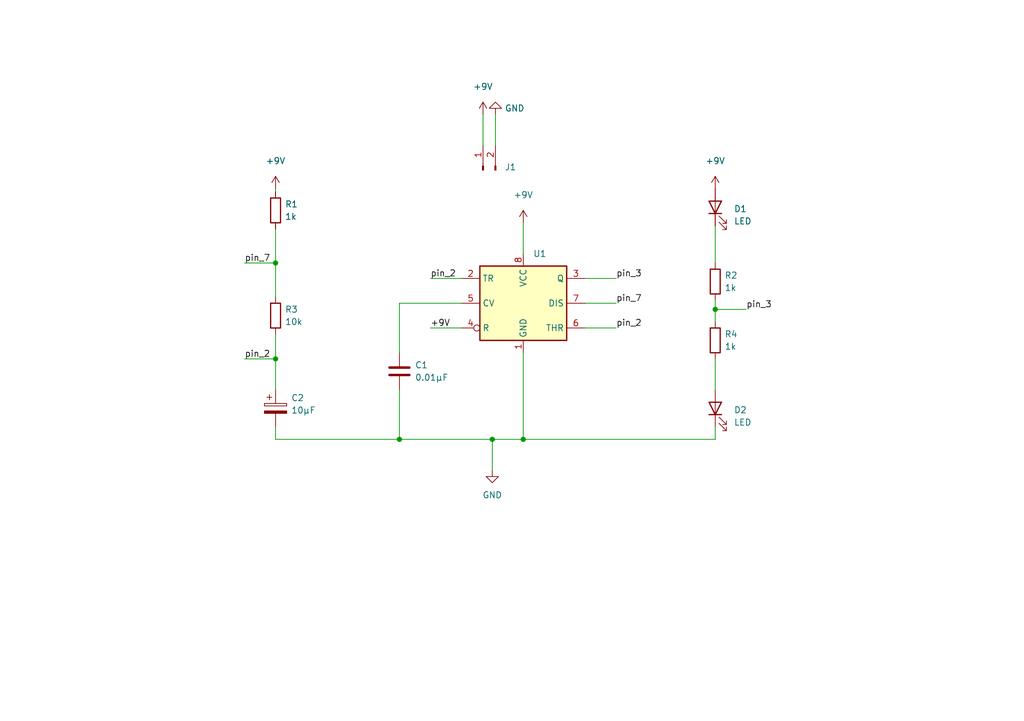
<source format=kicad_sch>
(kicad_sch (version 20211123) (generator eeschema)

  (uuid 6c2a280c-1e0a-456d-a3bf-d0159fa43100)

  (paper "A5")

  (title_block
    (title "Lab 4 Exercise II")
    (date "2023-02-02")
  )

  (lib_symbols
    (symbol "Connector:Conn_01x02_Male" (pin_names (offset 1.016) hide) (in_bom yes) (on_board yes)
      (property "Reference" "J" (id 0) (at 0 2.54 0)
        (effects (font (size 1.27 1.27)))
      )
      (property "Value" "Conn_01x02_Male" (id 1) (at 0 -5.08 0)
        (effects (font (size 1.27 1.27)))
      )
      (property "Footprint" "" (id 2) (at 0 0 0)
        (effects (font (size 1.27 1.27)) hide)
      )
      (property "Datasheet" "~" (id 3) (at 0 0 0)
        (effects (font (size 1.27 1.27)) hide)
      )
      (property "ki_keywords" "connector" (id 4) (at 0 0 0)
        (effects (font (size 1.27 1.27)) hide)
      )
      (property "ki_description" "Generic connector, single row, 01x02, script generated (kicad-library-utils/schlib/autogen/connector/)" (id 5) (at 0 0 0)
        (effects (font (size 1.27 1.27)) hide)
      )
      (property "ki_fp_filters" "Connector*:*_1x??_*" (id 6) (at 0 0 0)
        (effects (font (size 1.27 1.27)) hide)
      )
      (symbol "Conn_01x02_Male_1_1"
        (polyline
          (pts
            (xy 1.27 -2.54)
            (xy 0.8636 -2.54)
          )
          (stroke (width 0.1524) (type default) (color 0 0 0 0))
          (fill (type none))
        )
        (polyline
          (pts
            (xy 1.27 0)
            (xy 0.8636 0)
          )
          (stroke (width 0.1524) (type default) (color 0 0 0 0))
          (fill (type none))
        )
        (rectangle (start 0.8636 -2.413) (end 0 -2.667)
          (stroke (width 0.1524) (type default) (color 0 0 0 0))
          (fill (type outline))
        )
        (rectangle (start 0.8636 0.127) (end 0 -0.127)
          (stroke (width 0.1524) (type default) (color 0 0 0 0))
          (fill (type outline))
        )
        (pin passive line (at 5.08 0 180) (length 3.81)
          (name "Pin_1" (effects (font (size 1.27 1.27))))
          (number "1" (effects (font (size 1.27 1.27))))
        )
        (pin passive line (at 5.08 -2.54 180) (length 3.81)
          (name "Pin_2" (effects (font (size 1.27 1.27))))
          (number "2" (effects (font (size 1.27 1.27))))
        )
      )
    )
    (symbol "Device:C" (pin_numbers hide) (pin_names (offset 0.254)) (in_bom yes) (on_board yes)
      (property "Reference" "C" (id 0) (at 0.635 2.54 0)
        (effects (font (size 1.27 1.27)) (justify left))
      )
      (property "Value" "C" (id 1) (at 0.635 -2.54 0)
        (effects (font (size 1.27 1.27)) (justify left))
      )
      (property "Footprint" "" (id 2) (at 0.9652 -3.81 0)
        (effects (font (size 1.27 1.27)) hide)
      )
      (property "Datasheet" "~" (id 3) (at 0 0 0)
        (effects (font (size 1.27 1.27)) hide)
      )
      (property "ki_keywords" "cap capacitor" (id 4) (at 0 0 0)
        (effects (font (size 1.27 1.27)) hide)
      )
      (property "ki_description" "Unpolarized capacitor" (id 5) (at 0 0 0)
        (effects (font (size 1.27 1.27)) hide)
      )
      (property "ki_fp_filters" "C_*" (id 6) (at 0 0 0)
        (effects (font (size 1.27 1.27)) hide)
      )
      (symbol "C_0_1"
        (polyline
          (pts
            (xy -2.032 -0.762)
            (xy 2.032 -0.762)
          )
          (stroke (width 0.508) (type default) (color 0 0 0 0))
          (fill (type none))
        )
        (polyline
          (pts
            (xy -2.032 0.762)
            (xy 2.032 0.762)
          )
          (stroke (width 0.508) (type default) (color 0 0 0 0))
          (fill (type none))
        )
      )
      (symbol "C_1_1"
        (pin passive line (at 0 3.81 270) (length 2.794)
          (name "~" (effects (font (size 1.27 1.27))))
          (number "1" (effects (font (size 1.27 1.27))))
        )
        (pin passive line (at 0 -3.81 90) (length 2.794)
          (name "~" (effects (font (size 1.27 1.27))))
          (number "2" (effects (font (size 1.27 1.27))))
        )
      )
    )
    (symbol "Device:C_Polarized" (pin_numbers hide) (pin_names (offset 0.254)) (in_bom yes) (on_board yes)
      (property "Reference" "C" (id 0) (at 0.635 2.54 0)
        (effects (font (size 1.27 1.27)) (justify left))
      )
      (property "Value" "C_Polarized" (id 1) (at 0.635 -2.54 0)
        (effects (font (size 1.27 1.27)) (justify left))
      )
      (property "Footprint" "" (id 2) (at 0.9652 -3.81 0)
        (effects (font (size 1.27 1.27)) hide)
      )
      (property "Datasheet" "~" (id 3) (at 0 0 0)
        (effects (font (size 1.27 1.27)) hide)
      )
      (property "ki_keywords" "cap capacitor" (id 4) (at 0 0 0)
        (effects (font (size 1.27 1.27)) hide)
      )
      (property "ki_description" "Polarized capacitor" (id 5) (at 0 0 0)
        (effects (font (size 1.27 1.27)) hide)
      )
      (property "ki_fp_filters" "CP_*" (id 6) (at 0 0 0)
        (effects (font (size 1.27 1.27)) hide)
      )
      (symbol "C_Polarized_0_1"
        (rectangle (start -2.286 0.508) (end 2.286 1.016)
          (stroke (width 0) (type default) (color 0 0 0 0))
          (fill (type none))
        )
        (polyline
          (pts
            (xy -1.778 2.286)
            (xy -0.762 2.286)
          )
          (stroke (width 0) (type default) (color 0 0 0 0))
          (fill (type none))
        )
        (polyline
          (pts
            (xy -1.27 2.794)
            (xy -1.27 1.778)
          )
          (stroke (width 0) (type default) (color 0 0 0 0))
          (fill (type none))
        )
        (rectangle (start 2.286 -0.508) (end -2.286 -1.016)
          (stroke (width 0) (type default) (color 0 0 0 0))
          (fill (type outline))
        )
      )
      (symbol "C_Polarized_1_1"
        (pin passive line (at 0 3.81 270) (length 2.794)
          (name "~" (effects (font (size 1.27 1.27))))
          (number "1" (effects (font (size 1.27 1.27))))
        )
        (pin passive line (at 0 -3.81 90) (length 2.794)
          (name "~" (effects (font (size 1.27 1.27))))
          (number "2" (effects (font (size 1.27 1.27))))
        )
      )
    )
    (symbol "Device:LED" (pin_numbers hide) (pin_names (offset 1.016) hide) (in_bom yes) (on_board yes)
      (property "Reference" "D" (id 0) (at 0 2.54 0)
        (effects (font (size 1.27 1.27)))
      )
      (property "Value" "LED" (id 1) (at 0 -2.54 0)
        (effects (font (size 1.27 1.27)))
      )
      (property "Footprint" "" (id 2) (at 0 0 0)
        (effects (font (size 1.27 1.27)) hide)
      )
      (property "Datasheet" "~" (id 3) (at 0 0 0)
        (effects (font (size 1.27 1.27)) hide)
      )
      (property "ki_keywords" "LED diode" (id 4) (at 0 0 0)
        (effects (font (size 1.27 1.27)) hide)
      )
      (property "ki_description" "Light emitting diode" (id 5) (at 0 0 0)
        (effects (font (size 1.27 1.27)) hide)
      )
      (property "ki_fp_filters" "LED* LED_SMD:* LED_THT:*" (id 6) (at 0 0 0)
        (effects (font (size 1.27 1.27)) hide)
      )
      (symbol "LED_0_1"
        (polyline
          (pts
            (xy -1.27 -1.27)
            (xy -1.27 1.27)
          )
          (stroke (width 0.254) (type default) (color 0 0 0 0))
          (fill (type none))
        )
        (polyline
          (pts
            (xy -1.27 0)
            (xy 1.27 0)
          )
          (stroke (width 0) (type default) (color 0 0 0 0))
          (fill (type none))
        )
        (polyline
          (pts
            (xy 1.27 -1.27)
            (xy 1.27 1.27)
            (xy -1.27 0)
            (xy 1.27 -1.27)
          )
          (stroke (width 0.254) (type default) (color 0 0 0 0))
          (fill (type none))
        )
        (polyline
          (pts
            (xy -3.048 -0.762)
            (xy -4.572 -2.286)
            (xy -3.81 -2.286)
            (xy -4.572 -2.286)
            (xy -4.572 -1.524)
          )
          (stroke (width 0) (type default) (color 0 0 0 0))
          (fill (type none))
        )
        (polyline
          (pts
            (xy -1.778 -0.762)
            (xy -3.302 -2.286)
            (xy -2.54 -2.286)
            (xy -3.302 -2.286)
            (xy -3.302 -1.524)
          )
          (stroke (width 0) (type default) (color 0 0 0 0))
          (fill (type none))
        )
      )
      (symbol "LED_1_1"
        (pin passive line (at -3.81 0 0) (length 2.54)
          (name "K" (effects (font (size 1.27 1.27))))
          (number "1" (effects (font (size 1.27 1.27))))
        )
        (pin passive line (at 3.81 0 180) (length 2.54)
          (name "A" (effects (font (size 1.27 1.27))))
          (number "2" (effects (font (size 1.27 1.27))))
        )
      )
    )
    (symbol "Device:R" (pin_numbers hide) (pin_names (offset 0)) (in_bom yes) (on_board yes)
      (property "Reference" "R" (id 0) (at 2.032 0 90)
        (effects (font (size 1.27 1.27)))
      )
      (property "Value" "R" (id 1) (at 0 0 90)
        (effects (font (size 1.27 1.27)))
      )
      (property "Footprint" "" (id 2) (at -1.778 0 90)
        (effects (font (size 1.27 1.27)) hide)
      )
      (property "Datasheet" "~" (id 3) (at 0 0 0)
        (effects (font (size 1.27 1.27)) hide)
      )
      (property "ki_keywords" "R res resistor" (id 4) (at 0 0 0)
        (effects (font (size 1.27 1.27)) hide)
      )
      (property "ki_description" "Resistor" (id 5) (at 0 0 0)
        (effects (font (size 1.27 1.27)) hide)
      )
      (property "ki_fp_filters" "R_*" (id 6) (at 0 0 0)
        (effects (font (size 1.27 1.27)) hide)
      )
      (symbol "R_0_1"
        (rectangle (start -1.016 -2.54) (end 1.016 2.54)
          (stroke (width 0.254) (type default) (color 0 0 0 0))
          (fill (type none))
        )
      )
      (symbol "R_1_1"
        (pin passive line (at 0 3.81 270) (length 1.27)
          (name "~" (effects (font (size 1.27 1.27))))
          (number "1" (effects (font (size 1.27 1.27))))
        )
        (pin passive line (at 0 -3.81 90) (length 1.27)
          (name "~" (effects (font (size 1.27 1.27))))
          (number "2" (effects (font (size 1.27 1.27))))
        )
      )
    )
    (symbol "Timer:NE555D" (in_bom yes) (on_board yes)
      (property "Reference" "U" (id 0) (at -10.16 8.89 0)
        (effects (font (size 1.27 1.27)) (justify left))
      )
      (property "Value" "NE555D" (id 1) (at 2.54 8.89 0)
        (effects (font (size 1.27 1.27)) (justify left))
      )
      (property "Footprint" "Package_SO:SOIC-8_3.9x4.9mm_P1.27mm" (id 2) (at 21.59 -10.16 0)
        (effects (font (size 1.27 1.27)) hide)
      )
      (property "Datasheet" "http://www.ti.com/lit/ds/symlink/ne555.pdf" (id 3) (at 21.59 -10.16 0)
        (effects (font (size 1.27 1.27)) hide)
      )
      (property "ki_keywords" "single timer 555" (id 4) (at 0 0 0)
        (effects (font (size 1.27 1.27)) hide)
      )
      (property "ki_description" "Precision Timers, 555 compatible, SOIC-8" (id 5) (at 0 0 0)
        (effects (font (size 1.27 1.27)) hide)
      )
      (property "ki_fp_filters" "SOIC*3.9x4.9mm*P1.27mm*" (id 6) (at 0 0 0)
        (effects (font (size 1.27 1.27)) hide)
      )
      (symbol "NE555D_0_0"
        (pin power_in line (at 0 -10.16 90) (length 2.54)
          (name "GND" (effects (font (size 1.27 1.27))))
          (number "1" (effects (font (size 1.27 1.27))))
        )
        (pin power_in line (at 0 10.16 270) (length 2.54)
          (name "VCC" (effects (font (size 1.27 1.27))))
          (number "8" (effects (font (size 1.27 1.27))))
        )
      )
      (symbol "NE555D_0_1"
        (rectangle (start -8.89 -7.62) (end 8.89 7.62)
          (stroke (width 0.254) (type default) (color 0 0 0 0))
          (fill (type background))
        )
        (rectangle (start -8.89 -7.62) (end 8.89 7.62)
          (stroke (width 0.254) (type default) (color 0 0 0 0))
          (fill (type background))
        )
      )
      (symbol "NE555D_1_1"
        (pin input line (at -12.7 5.08 0) (length 3.81)
          (name "TR" (effects (font (size 1.27 1.27))))
          (number "2" (effects (font (size 1.27 1.27))))
        )
        (pin output line (at 12.7 5.08 180) (length 3.81)
          (name "Q" (effects (font (size 1.27 1.27))))
          (number "3" (effects (font (size 1.27 1.27))))
        )
        (pin input inverted (at -12.7 -5.08 0) (length 3.81)
          (name "R" (effects (font (size 1.27 1.27))))
          (number "4" (effects (font (size 1.27 1.27))))
        )
        (pin input line (at -12.7 0 0) (length 3.81)
          (name "CV" (effects (font (size 1.27 1.27))))
          (number "5" (effects (font (size 1.27 1.27))))
        )
        (pin input line (at 12.7 -5.08 180) (length 3.81)
          (name "THR" (effects (font (size 1.27 1.27))))
          (number "6" (effects (font (size 1.27 1.27))))
        )
        (pin input line (at 12.7 0 180) (length 3.81)
          (name "DIS" (effects (font (size 1.27 1.27))))
          (number "7" (effects (font (size 1.27 1.27))))
        )
      )
    )
    (symbol "power:+9V" (power) (pin_names (offset 0)) (in_bom yes) (on_board yes)
      (property "Reference" "#PWR" (id 0) (at 0 -3.81 0)
        (effects (font (size 1.27 1.27)) hide)
      )
      (property "Value" "+9V" (id 1) (at 0 3.556 0)
        (effects (font (size 1.27 1.27)))
      )
      (property "Footprint" "" (id 2) (at 0 0 0)
        (effects (font (size 1.27 1.27)) hide)
      )
      (property "Datasheet" "" (id 3) (at 0 0 0)
        (effects (font (size 1.27 1.27)) hide)
      )
      (property "ki_keywords" "global power" (id 4) (at 0 0 0)
        (effects (font (size 1.27 1.27)) hide)
      )
      (property "ki_description" "Power symbol creates a global label with name \"+9V\"" (id 5) (at 0 0 0)
        (effects (font (size 1.27 1.27)) hide)
      )
      (symbol "+9V_0_1"
        (polyline
          (pts
            (xy -0.762 1.27)
            (xy 0 2.54)
          )
          (stroke (width 0) (type default) (color 0 0 0 0))
          (fill (type none))
        )
        (polyline
          (pts
            (xy 0 0)
            (xy 0 2.54)
          )
          (stroke (width 0) (type default) (color 0 0 0 0))
          (fill (type none))
        )
        (polyline
          (pts
            (xy 0 2.54)
            (xy 0.762 1.27)
          )
          (stroke (width 0) (type default) (color 0 0 0 0))
          (fill (type none))
        )
      )
      (symbol "+9V_1_1"
        (pin power_in line (at 0 0 90) (length 0) hide
          (name "+9V" (effects (font (size 1.27 1.27))))
          (number "1" (effects (font (size 1.27 1.27))))
        )
      )
    )
    (symbol "power:GND" (power) (pin_names (offset 0)) (in_bom yes) (on_board yes)
      (property "Reference" "#PWR" (id 0) (at 0 -6.35 0)
        (effects (font (size 1.27 1.27)) hide)
      )
      (property "Value" "GND" (id 1) (at 0 -3.81 0)
        (effects (font (size 1.27 1.27)))
      )
      (property "Footprint" "" (id 2) (at 0 0 0)
        (effects (font (size 1.27 1.27)) hide)
      )
      (property "Datasheet" "" (id 3) (at 0 0 0)
        (effects (font (size 1.27 1.27)) hide)
      )
      (property "ki_keywords" "global power" (id 4) (at 0 0 0)
        (effects (font (size 1.27 1.27)) hide)
      )
      (property "ki_description" "Power symbol creates a global label with name \"GND\" , ground" (id 5) (at 0 0 0)
        (effects (font (size 1.27 1.27)) hide)
      )
      (symbol "GND_0_1"
        (polyline
          (pts
            (xy 0 0)
            (xy 0 -1.27)
            (xy 1.27 -1.27)
            (xy 0 -2.54)
            (xy -1.27 -1.27)
            (xy 0 -1.27)
          )
          (stroke (width 0) (type default) (color 0 0 0 0))
          (fill (type none))
        )
      )
      (symbol "GND_1_1"
        (pin power_in line (at 0 0 270) (length 0) hide
          (name "GND" (effects (font (size 1.27 1.27))))
          (number "1" (effects (font (size 1.27 1.27))))
        )
      )
    )
  )

  (junction (at 56.515 53.975) (diameter 0) (color 0 0 0 0)
    (uuid 91b33d85-0339-4a29-b5ed-179b5936aee5)
  )
  (junction (at 107.315 90.17) (diameter 0) (color 0 0 0 0)
    (uuid 920e6d54-4bce-4423-9b4f-d11f621726ca)
  )
  (junction (at 81.915 90.17) (diameter 0) (color 0 0 0 0)
    (uuid 9577e83d-1e6b-4a36-b32e-aec59277eb8f)
  )
  (junction (at 100.965 90.17) (diameter 0) (color 0 0 0 0)
    (uuid aeaacf83-4699-45b5-b560-95f89ddbbd48)
  )
  (junction (at 146.685 63.5) (diameter 0) (color 0 0 0 0)
    (uuid edf71122-f330-4cde-bbbb-d4d86ac4d10b)
  )
  (junction (at 56.515 73.66) (diameter 0) (color 0 0 0 0)
    (uuid f9dcc271-9aa8-41bb-aed1-46d915cdcd7d)
  )

  (wire (pts (xy 107.315 45.72) (xy 107.315 52.07))
    (stroke (width 0) (type default) (color 0 0 0 0))
    (uuid 05730092-7ee6-4455-b9fe-d3cc0ae8380b)
  )
  (wire (pts (xy 56.515 68.58) (xy 56.515 73.66))
    (stroke (width 0) (type default) (color 0 0 0 0))
    (uuid 0661466b-5d82-49c5-ba53-307a0c49e101)
  )
  (wire (pts (xy 56.515 39.37) (xy 56.515 38.735))
    (stroke (width 0) (type default) (color 0 0 0 0))
    (uuid 086c459e-eaa1-4ac1-8074-93ddf80f80ec)
  )
  (wire (pts (xy 56.515 87.63) (xy 56.515 90.17))
    (stroke (width 0) (type default) (color 0 0 0 0))
    (uuid 0a79652b-c737-4f77-94ff-8716360c59dd)
  )
  (wire (pts (xy 81.915 72.39) (xy 81.915 62.23))
    (stroke (width 0) (type default) (color 0 0 0 0))
    (uuid 1d0e2c73-4e53-4eb7-9c47-9156cd0ea0d7)
  )
  (wire (pts (xy 146.685 63.5) (xy 146.685 66.04))
    (stroke (width 0) (type default) (color 0 0 0 0))
    (uuid 1f78d87b-4ba3-4b88-bb11-a5e1defc977e)
  )
  (wire (pts (xy 146.685 73.66) (xy 146.685 80.01))
    (stroke (width 0) (type default) (color 0 0 0 0))
    (uuid 2a63f8fe-85cc-4cc7-8379-a38bbdb589a6)
  )
  (wire (pts (xy 120.015 67.31) (xy 126.365 67.31))
    (stroke (width 0) (type default) (color 0 0 0 0))
    (uuid 2c0b6772-8f0b-40b2-864c-8bd226465d72)
  )
  (wire (pts (xy 100.965 90.17) (xy 107.315 90.17))
    (stroke (width 0) (type default) (color 0 0 0 0))
    (uuid 2cce1f14-36ef-4335-abee-425304832c08)
  )
  (wire (pts (xy 50.165 53.975) (xy 56.515 53.975))
    (stroke (width 0) (type default) (color 0 0 0 0))
    (uuid 3bf15287-daf2-42fc-ab7b-e8473e4ee864)
  )
  (wire (pts (xy 56.515 53.975) (xy 56.515 60.96))
    (stroke (width 0) (type default) (color 0 0 0 0))
    (uuid 3e3c1775-95e1-4440-be8b-acba23744a44)
  )
  (wire (pts (xy 56.515 46.99) (xy 56.515 53.975))
    (stroke (width 0) (type default) (color 0 0 0 0))
    (uuid 41b98680-73df-4aee-89a1-8ca5e692905c)
  )
  (wire (pts (xy 146.685 46.355) (xy 146.685 53.975))
    (stroke (width 0) (type default) (color 0 0 0 0))
    (uuid 4251a019-e726-4c99-8661-b5a4feaa8472)
  )
  (wire (pts (xy 88.265 67.31) (xy 94.615 67.31))
    (stroke (width 0) (type default) (color 0 0 0 0))
    (uuid 42f014f8-76b7-4b27-b19a-745e65d15d9e)
  )
  (wire (pts (xy 120.015 62.23) (xy 126.365 62.23))
    (stroke (width 0) (type default) (color 0 0 0 0))
    (uuid 49a48f5a-3c3e-4f9a-8b68-35dcce52181c)
  )
  (wire (pts (xy 146.685 87.63) (xy 146.685 90.17))
    (stroke (width 0) (type default) (color 0 0 0 0))
    (uuid 4e415ed3-1b6a-4a39-ae7b-ede5602a3e1e)
  )
  (wire (pts (xy 81.915 62.23) (xy 94.615 62.23))
    (stroke (width 0) (type default) (color 0 0 0 0))
    (uuid 4fc69486-242b-4d2e-8304-9b70f1a5bc77)
  )
  (wire (pts (xy 56.515 73.66) (xy 56.515 80.01))
    (stroke (width 0) (type default) (color 0 0 0 0))
    (uuid 50a52315-bcac-476b-85c6-e981b890d3e9)
  )
  (wire (pts (xy 146.685 61.595) (xy 146.685 63.5))
    (stroke (width 0) (type default) (color 0 0 0 0))
    (uuid 529f2181-0e64-4bef-9ce2-6640b7434963)
  )
  (wire (pts (xy 50.165 73.66) (xy 56.515 73.66))
    (stroke (width 0) (type default) (color 0 0 0 0))
    (uuid 55cf1ae8-7693-46d5-a938-c34aa950475d)
  )
  (wire (pts (xy 81.915 80.01) (xy 81.915 90.17))
    (stroke (width 0) (type default) (color 0 0 0 0))
    (uuid 57b7cf4c-138f-4a75-beaf-e0fc6e731cb4)
  )
  (wire (pts (xy 107.315 90.17) (xy 146.685 90.17))
    (stroke (width 0) (type default) (color 0 0 0 0))
    (uuid 93e6c654-467f-4b35-9f94-c0a25240476f)
  )
  (wire (pts (xy 56.515 90.17) (xy 81.915 90.17))
    (stroke (width 0) (type default) (color 0 0 0 0))
    (uuid a1188085-81c3-4220-813e-3f605e495bec)
  )
  (wire (pts (xy 88.265 57.15) (xy 94.615 57.15))
    (stroke (width 0) (type default) (color 0 0 0 0))
    (uuid adcc8d3b-ef59-4742-9166-9a583817c4a3)
  )
  (wire (pts (xy 99.06 23.495) (xy 99.06 29.845))
    (stroke (width 0) (type default) (color 0 0 0 0))
    (uuid b7408023-832c-4cbb-b686-153ec09d7d77)
  )
  (wire (pts (xy 81.915 90.17) (xy 100.965 90.17))
    (stroke (width 0) (type default) (color 0 0 0 0))
    (uuid b7872eff-3f4a-478f-a17e-dcc627e25414)
  )
  (wire (pts (xy 100.965 90.17) (xy 100.965 96.52))
    (stroke (width 0) (type default) (color 0 0 0 0))
    (uuid c8200ea5-e940-4071-afe8-2312b8727ff9)
  )
  (wire (pts (xy 146.685 63.5) (xy 153.035 63.5))
    (stroke (width 0) (type default) (color 0 0 0 0))
    (uuid cb659065-127b-46ce-a2bf-7dc5e95a2e34)
  )
  (wire (pts (xy 120.015 57.15) (xy 126.365 57.15))
    (stroke (width 0) (type default) (color 0 0 0 0))
    (uuid f16e910a-bc73-49af-9e63-74ea907242c2)
  )
  (wire (pts (xy 101.6 23.495) (xy 101.6 29.845))
    (stroke (width 0) (type default) (color 0 0 0 0))
    (uuid f1910eb4-1a17-4771-99b1-fbdda4749ad1)
  )
  (wire (pts (xy 107.315 72.39) (xy 107.315 90.17))
    (stroke (width 0) (type default) (color 0 0 0 0))
    (uuid fbec0721-ad62-4140-9fb6-7d54c93c0ed8)
  )

  (label "pin_2" (at 50.165 73.66 0)
    (effects (font (size 1.27 1.27)) (justify left bottom))
    (uuid 712b74b9-cbde-40f3-acd7-6ebee648d769)
  )
  (label "pin_2" (at 126.365 67.31 0)
    (effects (font (size 1.27 1.27)) (justify left bottom))
    (uuid 87e901f6-70e6-4c3e-817b-0d74c2dc1b02)
  )
  (label "pin_2" (at 88.265 57.15 0)
    (effects (font (size 1.27 1.27)) (justify left bottom))
    (uuid 8d2679b3-4594-40ff-97c7-59cce129b399)
  )
  (label "pin_7" (at 126.365 62.23 0)
    (effects (font (size 1.27 1.27)) (justify left bottom))
    (uuid d1ab95fe-47a5-4d03-a004-1edef15ae875)
  )
  (label "pin_7" (at 50.165 53.975 0)
    (effects (font (size 1.27 1.27)) (justify left bottom))
    (uuid d8ce795e-8f36-49b7-94a8-16ef4e98de63)
  )
  (label "pin_3" (at 153.035 63.5 0)
    (effects (font (size 1.27 1.27)) (justify left bottom))
    (uuid f66b5fb9-1ab4-43ae-8702-7c9234bf19de)
  )
  (label "+9V" (at 88.265 67.31 0)
    (effects (font (size 1.27 1.27)) (justify left bottom))
    (uuid f7d1f980-fe9a-47d4-9a8b-53c5fd5fef0a)
  )
  (label "pin_3" (at 126.365 57.15 0)
    (effects (font (size 1.27 1.27)) (justify left bottom))
    (uuid fbcb521f-4806-42db-a716-ddf4369380fc)
  )

  (symbol (lib_id "power:+9V") (at 56.515 38.735 0) (unit 1)
    (in_bom yes) (on_board yes) (fields_autoplaced)
    (uuid 05821f00-4de1-443d-bd7c-a39158a1f64d)
    (property "Reference" "#PWR?" (id 0) (at 56.515 42.545 0)
      (effects (font (size 1.27 1.27)) hide)
    )
    (property "Value" "+9V" (id 1) (at 56.515 33.02 0))
    (property "Footprint" "" (id 2) (at 56.515 38.735 0)
      (effects (font (size 1.27 1.27)) hide)
    )
    (property "Datasheet" "" (id 3) (at 56.515 38.735 0)
      (effects (font (size 1.27 1.27)) hide)
    )
    (pin "1" (uuid 3579a279-01e8-4321-84c9-f379e1bbf411))
  )

  (symbol (lib_id "Device:R") (at 56.515 43.18 0) (unit 1)
    (in_bom yes) (on_board yes) (fields_autoplaced)
    (uuid 05f6e9a2-d93c-432c-aa62-9c103f377e1e)
    (property "Reference" "R1" (id 0) (at 58.42 41.9099 0)
      (effects (font (size 1.27 1.27)) (justify left))
    )
    (property "Value" "1k" (id 1) (at 58.42 44.4499 0)
      (effects (font (size 1.27 1.27)) (justify left))
    )
    (property "Footprint" "" (id 2) (at 54.737 43.18 90)
      (effects (font (size 1.27 1.27)) hide)
    )
    (property "Datasheet" "~" (id 3) (at 56.515 43.18 0)
      (effects (font (size 1.27 1.27)) hide)
    )
    (pin "1" (uuid 856ab391-f676-45ff-a97f-634f480c4357))
    (pin "2" (uuid c47acbfc-d218-4035-88fa-694a61e0d98a))
  )

  (symbol (lib_id "Device:R") (at 146.685 69.85 0) (unit 1)
    (in_bom yes) (on_board yes) (fields_autoplaced)
    (uuid 162bc465-51c8-4fee-9784-e11bd4b510fb)
    (property "Reference" "R4" (id 0) (at 148.59 68.5799 0)
      (effects (font (size 1.27 1.27)) (justify left))
    )
    (property "Value" "1k" (id 1) (at 148.59 71.1199 0)
      (effects (font (size 1.27 1.27)) (justify left))
    )
    (property "Footprint" "" (id 2) (at 144.907 69.85 90)
      (effects (font (size 1.27 1.27)) hide)
    )
    (property "Datasheet" "~" (id 3) (at 146.685 69.85 0)
      (effects (font (size 1.27 1.27)) hide)
    )
    (pin "1" (uuid e2da1c10-f25a-40a9-8226-d94d5cd3d7d1))
    (pin "2" (uuid 782321b2-0be3-44b5-8972-30b1a331bc4b))
  )

  (symbol (lib_id "Device:R") (at 146.685 57.785 0) (unit 1)
    (in_bom yes) (on_board yes) (fields_autoplaced)
    (uuid 6162f7b9-5abd-4d27-be0a-2ea5b09109d3)
    (property "Reference" "R2" (id 0) (at 148.59 56.5149 0)
      (effects (font (size 1.27 1.27)) (justify left))
    )
    (property "Value" "1k" (id 1) (at 148.59 59.0549 0)
      (effects (font (size 1.27 1.27)) (justify left))
    )
    (property "Footprint" "" (id 2) (at 144.907 57.785 90)
      (effects (font (size 1.27 1.27)) hide)
    )
    (property "Datasheet" "~" (id 3) (at 146.685 57.785 0)
      (effects (font (size 1.27 1.27)) hide)
    )
    (pin "1" (uuid 8c97cae4-c728-46c1-9074-8855a3421984))
    (pin "2" (uuid 78b45424-5017-44ba-9818-b42c453caacb))
  )

  (symbol (lib_id "Timer:NE555D") (at 107.315 62.23 0) (unit 1)
    (in_bom yes) (on_board yes) (fields_autoplaced)
    (uuid 6bf2d0b9-5f8b-4b5e-90ed-7474a46e71a2)
    (property "Reference" "U1" (id 0) (at 109.3344 52.07 0)
      (effects (font (size 1.27 1.27)) (justify left))
    )
    (property "Value" "NE555D" (id 1) (at 109.3344 51.435 0)
      (effects (font (size 1.27 1.27)) (justify left) hide)
    )
    (property "Footprint" "Package_SO:SOIC-8_3.9x4.9mm_P1.27mm" (id 2) (at 128.905 72.39 0)
      (effects (font (size 1.27 1.27)) hide)
    )
    (property "Datasheet" "http://www.ti.com/lit/ds/symlink/ne555.pdf" (id 3) (at 128.905 72.39 0)
      (effects (font (size 1.27 1.27)) hide)
    )
    (pin "1" (uuid 51a93f51-af90-43c5-af39-49b5ed1fc75f))
    (pin "8" (uuid 59e64301-2b5c-4bb9-b504-766b2c438e55))
    (pin "2" (uuid 0cd2e504-0348-4a06-8621-090b77402668))
    (pin "3" (uuid a1173a1f-fadf-43ab-a6db-523dce320dfe))
    (pin "4" (uuid e5ca418e-430d-4574-88ad-1738183741b1))
    (pin "5" (uuid 152aba31-1cc1-4f1e-ada7-8c907244be26))
    (pin "6" (uuid 16ae0df4-8619-4ad8-af65-e1667c70d76a))
    (pin "7" (uuid 5fcf85e8-e2dc-4c83-a58e-3f3a88df72fc))
  )

  (symbol (lib_id "power:+9V") (at 107.315 45.72 0) (unit 1)
    (in_bom yes) (on_board yes) (fields_autoplaced)
    (uuid 6f5f6a89-b5dc-43b2-bb98-944b9b0b696e)
    (property "Reference" "#PWR?" (id 0) (at 107.315 49.53 0)
      (effects (font (size 1.27 1.27)) hide)
    )
    (property "Value" "+9V" (id 1) (at 107.315 40.005 0))
    (property "Footprint" "" (id 2) (at 107.315 45.72 0)
      (effects (font (size 1.27 1.27)) hide)
    )
    (property "Datasheet" "" (id 3) (at 107.315 45.72 0)
      (effects (font (size 1.27 1.27)) hide)
    )
    (pin "1" (uuid 1da0bf04-d9dc-4728-aaf7-c8e9b585aa91))
  )

  (symbol (lib_id "Device:LED") (at 146.685 83.82 90) (unit 1)
    (in_bom yes) (on_board yes) (fields_autoplaced)
    (uuid 71311a32-03b2-4013-bac2-3d64409773bc)
    (property "Reference" "D2" (id 0) (at 150.495 84.1374 90)
      (effects (font (size 1.27 1.27)) (justify right))
    )
    (property "Value" "LED" (id 1) (at 150.495 86.6774 90)
      (effects (font (size 1.27 1.27)) (justify right))
    )
    (property "Footprint" "" (id 2) (at 146.685 83.82 0)
      (effects (font (size 1.27 1.27)) hide)
    )
    (property "Datasheet" "~" (id 3) (at 146.685 83.82 0)
      (effects (font (size 1.27 1.27)) hide)
    )
    (pin "1" (uuid a636a5d4-6781-44d5-a042-6a03a88ab4ee))
    (pin "2" (uuid 5f06e9c5-4e3f-42e9-9200-292dd4ddac46))
  )

  (symbol (lib_id "power:+9V") (at 99.06 23.495 0) (unit 1)
    (in_bom yes) (on_board yes) (fields_autoplaced)
    (uuid 78a81a93-0c7f-4b25-b4a7-7f22b987bc23)
    (property "Reference" "#PWR?" (id 0) (at 99.06 27.305 0)
      (effects (font (size 1.27 1.27)) hide)
    )
    (property "Value" "+9V" (id 1) (at 99.06 17.78 0))
    (property "Footprint" "" (id 2) (at 99.06 23.495 0)
      (effects (font (size 1.27 1.27)) hide)
    )
    (property "Datasheet" "" (id 3) (at 99.06 23.495 0)
      (effects (font (size 1.27 1.27)) hide)
    )
    (pin "1" (uuid 806ca980-5071-43ec-a247-0f8fb8974d4f))
  )

  (symbol (lib_id "Device:C") (at 81.915 76.2 0) (unit 1)
    (in_bom yes) (on_board yes) (fields_autoplaced)
    (uuid c2aa799a-9e5b-43da-9f6f-941e7f757259)
    (property "Reference" "C1" (id 0) (at 85.09 74.9299 0)
      (effects (font (size 1.27 1.27)) (justify left))
    )
    (property "Value" "0.01μF" (id 1) (at 85.09 77.4699 0)
      (effects (font (size 1.27 1.27)) (justify left))
    )
    (property "Footprint" "" (id 2) (at 82.8802 80.01 0)
      (effects (font (size 1.27 1.27)) hide)
    )
    (property "Datasheet" "~" (id 3) (at 81.915 76.2 0)
      (effects (font (size 1.27 1.27)) hide)
    )
    (pin "1" (uuid 70ed7a7a-9186-4abb-aa06-5af299d488ff))
    (pin "2" (uuid 3fdf1778-5d5d-41d4-a69d-3714e13d6033))
  )

  (symbol (lib_id "Device:LED") (at 146.685 42.545 90) (unit 1)
    (in_bom yes) (on_board yes) (fields_autoplaced)
    (uuid c3a50611-dafa-4bd1-9226-4ae6e7a47439)
    (property "Reference" "D1" (id 0) (at 150.495 42.8624 90)
      (effects (font (size 1.27 1.27)) (justify right))
    )
    (property "Value" "LED" (id 1) (at 150.495 45.4024 90)
      (effects (font (size 1.27 1.27)) (justify right))
    )
    (property "Footprint" "" (id 2) (at 146.685 42.545 0)
      (effects (font (size 1.27 1.27)) hide)
    )
    (property "Datasheet" "~" (id 3) (at 146.685 42.545 0)
      (effects (font (size 1.27 1.27)) hide)
    )
    (pin "1" (uuid 262d6389-6c41-4911-aab4-a1df87ff52ff))
    (pin "2" (uuid 6384b8c4-223e-472f-bbd4-513389f768b3))
  )

  (symbol (lib_id "power:+9V") (at 146.685 38.735 0) (unit 1)
    (in_bom yes) (on_board yes) (fields_autoplaced)
    (uuid d50f79a5-0c23-42af-8453-eec08514aab3)
    (property "Reference" "#PWR?" (id 0) (at 146.685 42.545 0)
      (effects (font (size 1.27 1.27)) hide)
    )
    (property "Value" "+9V" (id 1) (at 146.685 33.02 0))
    (property "Footprint" "" (id 2) (at 146.685 38.735 0)
      (effects (font (size 1.27 1.27)) hide)
    )
    (property "Datasheet" "" (id 3) (at 146.685 38.735 0)
      (effects (font (size 1.27 1.27)) hide)
    )
    (pin "1" (uuid 38d7a7d3-a7fc-4217-b79e-89b3077100c3))
  )

  (symbol (lib_id "power:GND") (at 100.965 96.52 0) (unit 1)
    (in_bom yes) (on_board yes) (fields_autoplaced)
    (uuid dc46623b-a133-4419-bae7-d5c7071de989)
    (property "Reference" "#PWR?" (id 0) (at 100.965 102.87 0)
      (effects (font (size 1.27 1.27)) hide)
    )
    (property "Value" "GND" (id 1) (at 100.965 101.6 0))
    (property "Footprint" "" (id 2) (at 100.965 96.52 0)
      (effects (font (size 1.27 1.27)) hide)
    )
    (property "Datasheet" "" (id 3) (at 100.965 96.52 0)
      (effects (font (size 1.27 1.27)) hide)
    )
    (pin "1" (uuid a2760952-9705-40a5-9c98-0e165a1b2155))
  )

  (symbol (lib_id "Device:C_Polarized") (at 56.515 83.82 0) (unit 1)
    (in_bom yes) (on_board yes) (fields_autoplaced)
    (uuid e8b23047-2ea2-4596-9b13-fcff79a2464d)
    (property "Reference" "C2" (id 0) (at 59.69 81.6609 0)
      (effects (font (size 1.27 1.27)) (justify left))
    )
    (property "Value" "10μF" (id 1) (at 59.69 84.2009 0)
      (effects (font (size 1.27 1.27)) (justify left))
    )
    (property "Footprint" "" (id 2) (at 57.4802 87.63 0)
      (effects (font (size 1.27 1.27)) hide)
    )
    (property "Datasheet" "~" (id 3) (at 56.515 83.82 0)
      (effects (font (size 1.27 1.27)) hide)
    )
    (pin "1" (uuid 117e680e-0d3b-4b30-9153-aea35a67b138))
    (pin "2" (uuid 06f493b1-5672-4d4d-a77c-f29015e9c7e3))
  )

  (symbol (lib_id "Device:R") (at 56.515 64.77 0) (unit 1)
    (in_bom yes) (on_board yes) (fields_autoplaced)
    (uuid f9856827-3b29-4daa-9b7d-5166d33ffbe9)
    (property "Reference" "R3" (id 0) (at 58.42 63.4999 0)
      (effects (font (size 1.27 1.27)) (justify left))
    )
    (property "Value" "10k" (id 1) (at 58.42 66.0399 0)
      (effects (font (size 1.27 1.27)) (justify left))
    )
    (property "Footprint" "" (id 2) (at 54.737 64.77 90)
      (effects (font (size 1.27 1.27)) hide)
    )
    (property "Datasheet" "~" (id 3) (at 56.515 64.77 0)
      (effects (font (size 1.27 1.27)) hide)
    )
    (pin "1" (uuid efbe5e95-0917-46c9-b587-fb04ddb28941))
    (pin "2" (uuid ae90f668-3ada-4257-bd04-97c2d11fb983))
  )

  (symbol (lib_id "Connector:Conn_01x02_Male") (at 99.06 34.925 90) (unit 1)
    (in_bom yes) (on_board yes) (fields_autoplaced)
    (uuid f9ffffbe-83e8-420a-b75c-4e462d9da509)
    (property "Reference" "J1" (id 0) (at 103.505 34.2899 90)
      (effects (font (size 1.27 1.27)) (justify right))
    )
    (property "Value" "Conn_01x02_Male" (id 1) (at 103.505 35.5599 90)
      (effects (font (size 1.27 1.27)) (justify right) hide)
    )
    (property "Footprint" "" (id 2) (at 99.06 34.925 0)
      (effects (font (size 1.27 1.27)) hide)
    )
    (property "Datasheet" "~" (id 3) (at 99.06 34.925 0)
      (effects (font (size 1.27 1.27)) hide)
    )
    (pin "1" (uuid df75e314-a97a-4c17-870d-f4b101cec119))
    (pin "2" (uuid 07d0295f-5a6e-4dee-adef-593ca0967293))
  )

  (symbol (lib_id "power:GND") (at 101.6 23.495 180) (unit 1)
    (in_bom yes) (on_board yes) (fields_autoplaced)
    (uuid fff9f03a-737c-4037-8b9b-9bf51a0ffa79)
    (property "Reference" "#PWR?" (id 0) (at 101.6 17.145 0)
      (effects (font (size 1.27 1.27)) hide)
    )
    (property "Value" "GND" (id 1) (at 103.505 22.2249 0)
      (effects (font (size 1.27 1.27)) (justify right))
    )
    (property "Footprint" "" (id 2) (at 101.6 23.495 0)
      (effects (font (size 1.27 1.27)) hide)
    )
    (property "Datasheet" "" (id 3) (at 101.6 23.495 0)
      (effects (font (size 1.27 1.27)) hide)
    )
    (pin "1" (uuid 41b87308-fd16-49a6-9c5d-1583d62b22c6))
  )

  (sheet_instances
    (path "/" (page "1"))
  )

  (symbol_instances
    (path "/05821f00-4de1-443d-bd7c-a39158a1f64d"
      (reference "#PWR?") (unit 1) (value "+9V") (footprint "")
    )
    (path "/6f5f6a89-b5dc-43b2-bb98-944b9b0b696e"
      (reference "#PWR?") (unit 1) (value "+9V") (footprint "")
    )
    (path "/78a81a93-0c7f-4b25-b4a7-7f22b987bc23"
      (reference "#PWR?") (unit 1) (value "+9V") (footprint "")
    )
    (path "/d50f79a5-0c23-42af-8453-eec08514aab3"
      (reference "#PWR?") (unit 1) (value "+9V") (footprint "")
    )
    (path "/dc46623b-a133-4419-bae7-d5c7071de989"
      (reference "#PWR?") (unit 1) (value "GND") (footprint "")
    )
    (path "/fff9f03a-737c-4037-8b9b-9bf51a0ffa79"
      (reference "#PWR?") (unit 1) (value "GND") (footprint "")
    )
    (path "/c2aa799a-9e5b-43da-9f6f-941e7f757259"
      (reference "C1") (unit 1) (value "0.01μF") (footprint "")
    )
    (path "/e8b23047-2ea2-4596-9b13-fcff79a2464d"
      (reference "C2") (unit 1) (value "10μF") (footprint "")
    )
    (path "/c3a50611-dafa-4bd1-9226-4ae6e7a47439"
      (reference "D1") (unit 1) (value "LED") (footprint "")
    )
    (path "/71311a32-03b2-4013-bac2-3d64409773bc"
      (reference "D2") (unit 1) (value "LED") (footprint "")
    )
    (path "/f9ffffbe-83e8-420a-b75c-4e462d9da509"
      (reference "J1") (unit 1) (value "Conn_01x02_Male") (footprint "")
    )
    (path "/05f6e9a2-d93c-432c-aa62-9c103f377e1e"
      (reference "R1") (unit 1) (value "1k") (footprint "")
    )
    (path "/6162f7b9-5abd-4d27-be0a-2ea5b09109d3"
      (reference "R2") (unit 1) (value "1k") (footprint "")
    )
    (path "/f9856827-3b29-4daa-9b7d-5166d33ffbe9"
      (reference "R3") (unit 1) (value "10k") (footprint "")
    )
    (path "/162bc465-51c8-4fee-9784-e11bd4b510fb"
      (reference "R4") (unit 1) (value "1k") (footprint "")
    )
    (path "/6bf2d0b9-5f8b-4b5e-90ed-7474a46e71a2"
      (reference "U1") (unit 1) (value "NE555D") (footprint "Package_SO:SOIC-8_3.9x4.9mm_P1.27mm")
    )
  )
)

</source>
